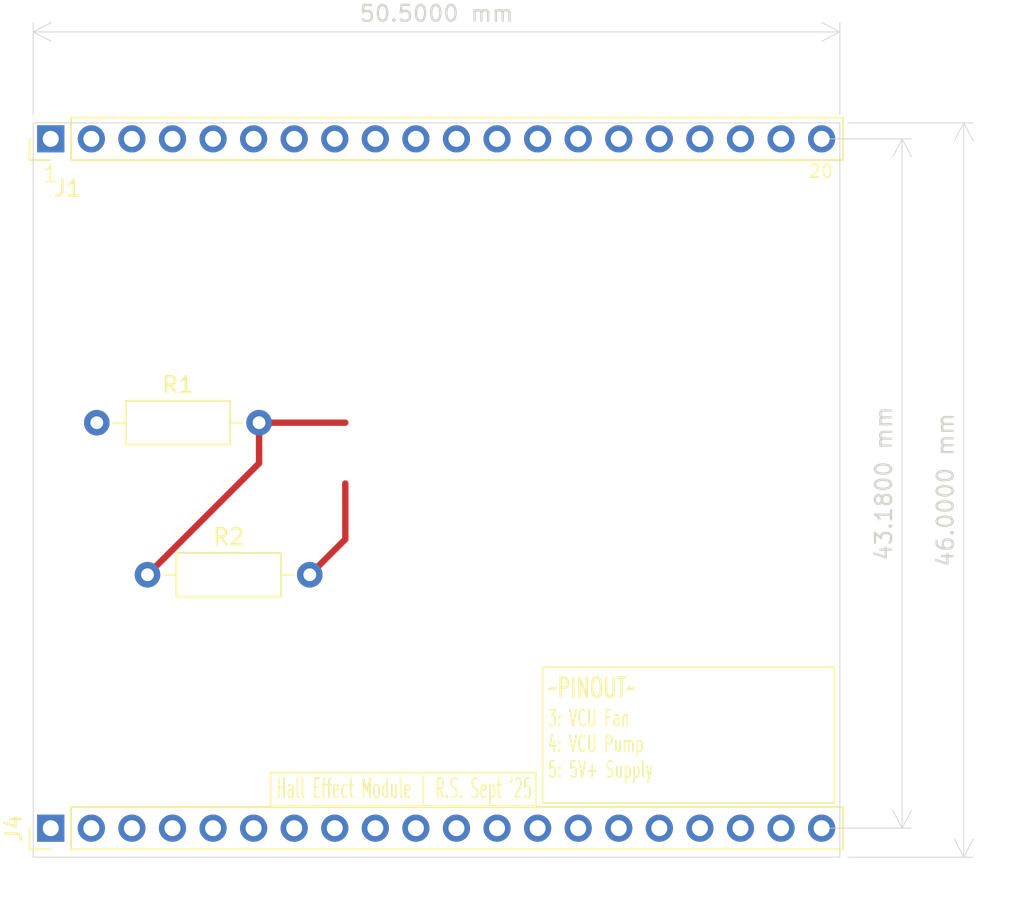
<source format=kicad_pcb>
(kicad_pcb (version 20241229) (generator "pcbnew") (generator_version "9.0")
  (layers (0 "F.Cu" signal) (2 "B.Cu" signal) (13 "F.Paste" user) (15 "B.Paste" user) (5 "F.SilkS" user "F.Silkscreen") (7 "B.SilkS" user "B.Silkscreen") (1 "F.Mask" user) (3 "B.Mask" user) (25 "Edge.Cuts" user))
  (net 0 "")
  (net 2 "GND")
  (net 7 "Vout+")
  (net 41 "Hall Effect Out")
  (net 42 "Net-(U1--)")
  (footprint "Connector_PinHeader_2.54mm:PinHeader_1x20_P2.54mm_Vertical" (layer "F.Cu") (at 152.44 25.4 90)
    (property "Reference" "J1" (at -3.1 1.06 180) (layer "F.SilkS"))
    (property "Value" "PH1-20-UA")
    (fp_line (start -1.33 -1.33) (end 0 -1.33) (stroke (width 0.12)) (layer "F.SilkS"))
    (fp_line (start -1.33 0) (end -1.33 -1.33) (stroke (width 0.12)) (layer "F.SilkS"))
    (fp_line (start 1.33 1.27) (end 1.33 49.59) (stroke (width 0.12)) (layer "F.SilkS"))
    (fp_line (start -1.33 1.27) (end 1.33 1.27) (stroke (width 0.12)) (layer "F.SilkS"))
    (fp_line (start -1.33 1.27) (end -1.33 49.59) (stroke (width 0.12)) (layer "F.SilkS"))
    (fp_line (start -1.33 49.59) (end 1.33 49.59) (stroke (width 0.12)) (layer "F.SilkS"))
    (pad "1" thru_hole rect (at 0 0 90) (size 1.7 1.7) (drill 1) (layers "*.Cu" "*.Mask"))
    (pad "2" thru_hole oval (at 0 2.54 90) (size 1.7 1.7) (drill 1) (layers "*.Cu" "*.Mask"))
    (pad "3" thru_hole oval (at 0 5.08 90) (size 1.7 1.7) (drill 1) (layers "*.Cu" "*.Mask"))
    (pad "4" thru_hole oval (at 0 7.62 90) (size 1.7 1.7) (drill 1) (layers "*.Cu" "*.Mask"))
    (pad "5" thru_hole oval (at 0 10.16 90) (size 1.7 1.7) (drill 1) (layers "*.Cu" "*.Mask"))
    (pad "6" thru_hole oval (at 0 12.7 90) (size 1.7 1.7) (drill 1) (layers "*.Cu" "*.Mask"))
    (pad "7" thru_hole oval (at 0 15.24 90) (size 1.7 1.7) (drill 1) (layers "*.Cu" "*.Mask"))
    (pad "8" thru_hole oval (at 0 17.78 90) (size 1.7 1.7) (drill 1) (layers "*.Cu" "*.Mask"))
    (pad "9" thru_hole oval (at 0 20.32 90) (size 1.7 1.7) (drill 1) (layers "*.Cu" "*.Mask"))
    (pad "10" thru_hole oval (at 0 22.86 90) (size 1.7 1.7) (drill 1) (layers "*.Cu" "*.Mask"))
    (pad "11" thru_hole oval (at 0 25.4 90) (size 1.7 1.7) (drill 1) (layers "*.Cu" "*.Mask"))
    (pad "12" thru_hole oval (at 0 27.94 90) (size 1.7 1.7) (drill 1) (layers "*.Cu" "*.Mask"))
    (pad "13" thru_hole oval (at 0 30.48 90) (size 1.7 1.7) (drill 1) (layers "*.Cu" "*.Mask"))
    (pad "14" thru_hole oval (at 0 33.02 90) (size 1.7 1.7) (drill 1) (layers "*.Cu" "*.Mask"))
    (pad "15" thru_hole oval (at 0 35.56 90) (size 1.7 1.7) (drill 1) (layers "*.Cu" "*.Mask") (net 2 "GND"))
    (pad "16" thru_hole oval (at 0 38.1 90) (size 1.7 1.7) (drill 1) (layers "*.Cu" "*.Mask"))
    (pad "17" thru_hole oval (at 0 40.64 90) (size 1.7 1.7) (drill 1) (layers "*.Cu" "*.Mask"))
    (pad "18" thru_hole oval (at 0 43.18 90) (size 1.7 1.7) (drill 1) (layers "*.Cu" "*.Mask"))
    (pad "19" thru_hole oval (at 0 45.72 90) (size 1.7 1.7) (drill 1) (layers "*.Cu" "*.Mask"))
    (pad "20" thru_hole oval (at 0 48.26 90) (size 1.7 1.7) (drill 1) (layers "*.Cu" "*.Mask"))
  )
  (footprint "Resistor_THT:R_Axial_DIN0207_L6.3mm_D2.5mm_P10.16mm_Horizontal" (layer "F.Cu") (at 155.321 43.18)
    (property "Reference" "R1" (at 5.08 -2.37 0) (layer "F.SilkS"))
    (property "Value" "2k")
    (fp_line (start 1.04 0) (end 1.81 0) (stroke (width 0.12)) (layer "F.SilkS"))
    (fp_line (start 9.12 0) (end 8.35 0) (stroke (width 0.12)) (layer "F.SilkS"))
    (fp_rect (start 1.81 -1.37) (end 8.35 1.37) (stroke (width 0.12)) (fill no) (layer "F.SilkS"))
    (pad "1" thru_hole circle (at 0 0) (size 1.6 1.6) (drill 0.8) (layers "*.Cu" "*.Mask") (net 41 "Hall Effect Out"))
    (pad "2" thru_hole circle (at 10.16 0) (size 1.6 1.6) (drill 0.8) (layers "*.Cu" "*.Mask") (net 42 "Net-(U1--)"))
  )
  (footprint "Connector_PinHeader_2.54mm:PinHeader_1x20_P2.54mm_Vertical" (layer "F.Cu") (at 152.44 68.58 90)
    (property "Reference" "J4" (at 0 -2.33 90) (layer "F.SilkS"))
    (property "Value" "PH1-20-UA")
    (fp_line (start -1.33 -1.33) (end 0 -1.33) (stroke (width 0.12)) (layer "F.SilkS"))
    (fp_line (start -1.33 0) (end -1.33 -1.33) (stroke (width 0.12)) (layer "F.SilkS"))
    (fp_line (start 1.33 1.27) (end 1.33 49.59) (stroke (width 0.12)) (layer "F.SilkS"))
    (fp_line (start -1.33 1.27) (end 1.33 1.27) (stroke (width 0.12)) (layer "F.SilkS"))
    (fp_line (start -1.33 1.27) (end -1.33 49.59) (stroke (width 0.12)) (layer "F.SilkS"))
    (fp_line (start -1.33 49.59) (end 1.33 49.59) (stroke (width 0.12)) (layer "F.SilkS"))
    (pad "1" thru_hole rect (at 0 0 90) (size 1.7 1.7) (drill 1) (layers "*.Cu" "*.Mask"))
    (pad "2" thru_hole oval (at 0 2.54 90) (size 1.7 1.7) (drill 1) (layers "*.Cu" "*.Mask"))
    (pad "3" thru_hole oval (at 0 5.08 90) (size 1.7 1.7) (drill 1) (layers "*.Cu" "*.Mask"))
    (pad "4" thru_hole oval (at 0 7.62 90) (size 1.7 1.7) (drill 1) (layers "*.Cu" "*.Mask"))
    (pad "5" thru_hole oval (at 0 10.16 90) (size 1.7 1.7) (drill 1) (layers "*.Cu" "*.Mask"))
    (pad "6" thru_hole oval (at 0 12.7 90) (size 1.7 1.7) (drill 1) (layers "*.Cu" "*.Mask"))
    (pad "7" thru_hole oval (at 0 15.24 90) (size 1.7 1.7) (drill 1) (layers "*.Cu" "*.Mask"))
    (pad "8" thru_hole oval (at 0 17.78 90) (size 1.7 1.7) (drill 1) (layers "*.Cu" "*.Mask"))
    (pad "9" thru_hole oval (at 0 20.32 90) (size 1.7 1.7) (drill 1) (layers "*.Cu" "*.Mask"))
    (pad "10" thru_hole oval (at 0 22.86 90) (size 1.7 1.7) (drill 1) (layers "*.Cu" "*.Mask"))
    (pad "11" thru_hole oval (at 0 25.4 90) (size 1.7 1.7) (drill 1) (layers "*.Cu" "*.Mask"))
    (pad "12" thru_hole oval (at 0 27.94 90) (size 1.7 1.7) (drill 1) (layers "*.Cu" "*.Mask"))
    (pad "13" thru_hole oval (at 0 30.48 90) (size 1.7 1.7) (drill 1) (layers "*.Cu" "*.Mask"))
    (pad "14" thru_hole oval (at 0 33.02 90) (size 1.7 1.7) (drill 1) (layers "*.Cu" "*.Mask"))
    (pad "15" thru_hole oval (at 0 35.56 90) (size 1.7 1.7) (drill 1) (layers "*.Cu" "*.Mask"))
    (pad "16" thru_hole oval (at 0 38.1 90) (size 1.7 1.7) (drill 1) (layers "*.Cu" "*.Mask"))
    (pad "17" thru_hole oval (at 0 40.64 90) (size 1.7 1.7) (drill 1) (layers "*.Cu" "*.Mask"))
    (pad "18" thru_hole oval (at 0 43.18 90) (size 1.7 1.7) (drill 1) (layers "*.Cu" "*.Mask"))
    (pad "19" thru_hole oval (at 0 45.72 90) (size 1.7 1.7) (drill 1) (layers "*.Cu" "*.Mask"))
    (pad "20" thru_hole oval (at 0 48.26 90) (size 1.7 1.7) (drill 1) (layers "*.Cu" "*.Mask"))
  )
  (footprint "Resistor_THT:R_Axial_DIN0207_L6.3mm_D2.5mm_P10.16mm_Horizontal" (layer "F.Cu") (at 158.496 52.705)
    (property "Reference" "R2" (at 5.08 -2.37 0) (layer "F.SilkS"))
    (property "Value" "6k")
    (fp_line (start 1.04 0) (end 1.81 0) (stroke (width 0.12)) (layer "F.SilkS"))
    (fp_line (start 9.12 0) (end 8.35 0) (stroke (width 0.12)) (layer "F.SilkS"))
    (fp_rect (start 1.81 -1.37) (end 8.35 1.37) (stroke (width 0.12)) (fill no) (layer "F.SilkS"))
    (pad "1" thru_hole circle (at 0 0) (size 1.6 1.6) (drill 0.8) (layers "*.Cu" "*.Mask") (net 42 "Net-(U1--)"))
    (pad "2" thru_hole circle (at 10.16 0) (size 1.6 1.6) (drill 0.8) (layers "*.Cu" "*.Mask") (net 7 "Vout+"))
  )
  (gr_rect (start 183.231191 58.5) (end 201.5 67) (stroke (width 0.1)) (fill no) (layer "F.SilkS"))
  (gr_rect (start 166.2 65.1) (end 182.8 67.2) (stroke (width 0.1)) (fill no) (layer "F.SilkS"))
  (gr_rect (start 151.34 24.4) (end 201.84 70.4) (stroke (width 0.05)) (fill no) (layer "Edge.Cuts"))
  (gr_text "~PINOUT~" (at 183.5 60.5 0) (layer "F.SilkS") (effects (font (size 1.2 0.8) (thickness 0.15) (bold yes)) (justify left bottom)))
  (gr_text "3: VCU Fan       \n4: VCU Pump\n5: 5V+ Supply" (at 183.5 65.5 0) (layer "F.SilkS") (effects (font (size 1 0.6) (thickness 0.1)) (justify left bottom)))
  (gr_text "1" (at 151.87381 28.2 0) (layer "F.SilkS") (effects (font (size 1 1) (thickness 0.1)) (justify left bottom)))
  (gr_text "Hall Effect Module | R.S. Sept '25" (at 166.5 66.8 0) (layer "F.SilkS") (effects (font (size 1.2 0.6) (thickness 0.1)) (justify left bottom)))
  (gr_text "20\n" (at 199.828095 27.9 0) (layer "F.SilkS") (effects (font (size 0.8 0.8) (thickness 0.1)) (justify left bottom)))
  (dimension (type aligned) (layer "Edge.Cuts") (pts (xy 201.84 70.4) (xy 201.84 24.4)) (height 7.76) (format (prefix "") (suffix "") (units 3) (units_format 1) (precision 4)) (style (thickness 0.05) (arrow_length 1.27) (text_position_mode 0) (arrow_direction outward) (extension_height 0.58642) (extension_offset 0.5) (keep_text_aligned yes)) (gr_text "1.8110 in" (at 208.45 47.4 90) (layer "Edge.Cuts") (effects (font (size 1 1) (thickness 0.15)))))
  (dimension (type aligned) (layer "Edge.Cuts") (pts (xy 201.84 24.4) (xy 151.34 24.4)) (height 5.699999) (format (prefix "") (suffix "") (units 3) (units_format 1) (precision 4)) (style (thickness 0.05) (arrow_length 1.27) (text_position_mode 0) (arrow_direction outward) (extension_height 0.58642) (extension_offset 0.5) (keep_text_aligned yes)) (gr_text "1.9882 in" (at 176.59 17.550001 0) (layer "Edge.Cuts") (effects (font (size 1 1) (thickness 0.15)))))
  (dimension (type aligned) (layer "Edge.Cuts") (pts (xy 200.66 68.58) (xy 200.66 25.4)) (height 5.08) (format (prefix "") (suffix "") (units 3) (units_format 1) (precision 4)) (style (thickness 0.05) (arrow_length 1.27) (text_position_mode 0) (arrow_direction outward) (extension_height 0.58642) (extension_offset 0.5) (keep_text_aligned yes)) (gr_text "1.7000 in" (at 204.59 46.99 90) (layer "Edge.Cuts") (effects (font (size 1 1) (thickness 0.15)))))
  (segment (start 170.88 50.481) (end 168.656 52.705) (width 0.4) (layer "F.Cu") (net 7))
  (segment (start 170.88 46.99) (end 170.88 50.481) (width 0.4) (layer "F.Cu") (net 7))
  (segment (start 165.481 43.18) (end 165.481 45.72) (width 0.4) (layer "F.Cu") (net 42))
  (segment (start 165.481 45.72) (end 158.496 52.705) (width 0.4) (layer "F.Cu") (net 42))
  (segment (start 165.481 43.18) (end 170.88 43.18) (width 0.4) (layer "F.Cu") (net 42))
)
</source>
